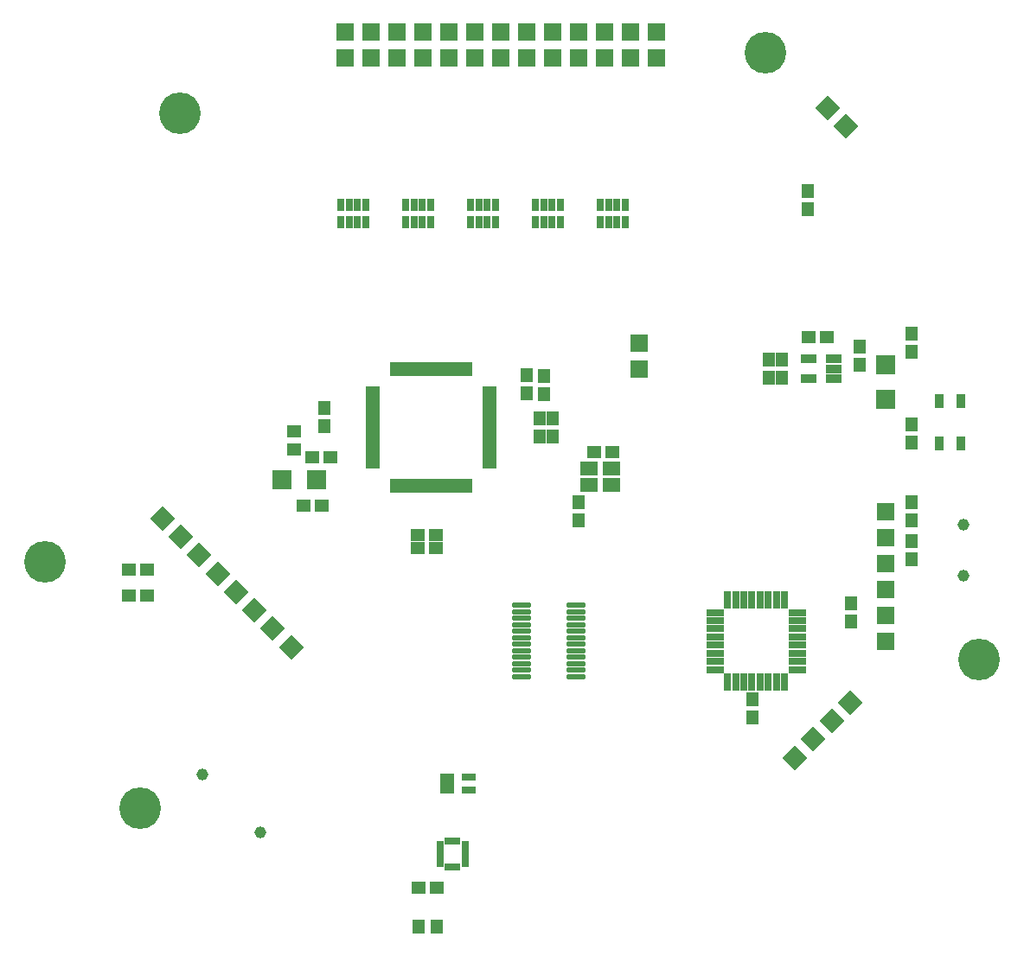
<source format=gbr>
%FSLAX35Y35*%
%MOIN*%
G04 EasyPC Gerber Version 18.0.8 Build 3632 *
%ADD86R,0.02181X0.05724*%
%ADD99R,0.02200X0.03000*%
%ADD98R,0.02600X0.04500*%
%ADD93R,0.02970X0.07100*%
%ADD96R,0.03600X0.05200*%
%ADD88R,0.04937X0.05291*%
%ADD102R,0.04940X0.05330*%
%ADD92R,0.07000X0.07000*%
%ADD89R,0.07300X0.07300*%
%ADD104C,0.04600*%
%ADD103O,0.07500X0.02300*%
%ADD87R,0.05724X0.02181*%
%ADD100R,0.03000X0.02200*%
%ADD101R,0.05600X0.02800*%
%ADD94R,0.07100X0.02970*%
%ADD105R,0.06000X0.03200*%
%ADD85C,0.16000*%
%ADD90R,0.05291X0.04937*%
%ADD91R,0.05330X0.04940*%
%ADD95R,0.06512X0.05528*%
%AMT97*0 Rectangle Pad at angle 45*21,1,0.07000,0.07000,0,0,45*%
%ADD97T97*%
X0Y0D02*
D02*
D85*
X36741Y182991D03*
X73241Y87991D03*
X88741Y355991D03*
X314241Y379491D03*
X396741Y145491D03*
D02*
D86*
X170678Y212351D03*
Y257232D03*
X172646Y212351D03*
Y257232D03*
X174615Y212351D03*
Y257232D03*
X176583Y212351D03*
Y257232D03*
X178552Y212351D03*
Y257232D03*
X180520Y212351D03*
Y257232D03*
X182489Y212351D03*
Y257232D03*
X184457Y212351D03*
Y257232D03*
X186426Y212351D03*
Y257232D03*
X188394Y212351D03*
Y257232D03*
X190363Y212351D03*
Y257232D03*
X192331Y212351D03*
Y257232D03*
X194300Y212351D03*
Y257232D03*
X196268Y212351D03*
Y257232D03*
X198237Y212351D03*
Y257232D03*
X200205Y212351D03*
Y257232D03*
D02*
D87*
X163001Y220028D03*
Y221996D03*
Y223965D03*
Y225933D03*
Y227902D03*
Y229870D03*
Y231839D03*
Y233807D03*
Y235776D03*
Y237744D03*
Y239713D03*
Y241681D03*
Y243650D03*
Y245618D03*
Y247587D03*
Y249555D03*
X207882Y220028D03*
Y221996D03*
Y223965D03*
Y225933D03*
Y227902D03*
Y229870D03*
Y231839D03*
Y233807D03*
Y235776D03*
Y237744D03*
Y239713D03*
Y241681D03*
Y243650D03*
Y245618D03*
Y247587D03*
Y249555D03*
D02*
D88*
X144409Y235505D03*
Y242505D03*
X222411Y247985D03*
Y254985D03*
X227404Y231291D03*
Y238291D03*
X229026Y247861D03*
Y254861D03*
X232404Y231291D03*
Y238291D03*
X242241Y198991D03*
Y205991D03*
X309241Y122991D03*
Y129991D03*
X315741Y253991D03*
Y260991D03*
X320741Y253991D03*
Y260991D03*
X330741Y318991D03*
Y325991D03*
X347339Y160124D03*
Y167124D03*
X350741Y258991D03*
Y265991D03*
X370741Y183991D03*
Y190991D03*
Y198991D03*
Y205991D03*
Y228991D03*
Y235991D03*
Y263991D03*
Y270991D03*
D02*
D89*
X128041Y214791D03*
X141441D03*
X360741Y245791D03*
Y259191D03*
D02*
D90*
X68977Y169956D03*
Y179956D03*
X75977Y169956D03*
Y179956D03*
X136241Y204791D03*
X139786Y223530D03*
X143241Y204791D03*
X146786Y223530D03*
X180241Y188391D03*
Y193391D03*
X180597Y57491D03*
X187241Y188391D03*
Y193391D03*
X187597Y57491D03*
X248241Y225491D03*
X255241D03*
X330985Y269582D03*
X337985D03*
D02*
D91*
X132803Y226291D03*
Y233291D03*
D02*
D92*
X152241Y377491D03*
Y387491D03*
X162241Y377491D03*
Y387491D03*
X172241Y377491D03*
Y387491D03*
X182241Y377491D03*
Y387491D03*
X192241Y377491D03*
Y387491D03*
X202241Y377491D03*
Y387491D03*
X212241Y377491D03*
Y387491D03*
X222241Y377491D03*
Y387491D03*
X232241Y377491D03*
Y387491D03*
X242241Y377491D03*
Y387491D03*
X252241Y377491D03*
Y387491D03*
X262241Y377491D03*
Y387491D03*
X265741Y257491D03*
Y267491D03*
X272241Y377491D03*
Y387491D03*
X360741Y152491D03*
Y162491D03*
Y172491D03*
Y182491D03*
Y192491D03*
Y202491D03*
D02*
D93*
X299718Y136645D03*
Y168338D03*
X302867Y136645D03*
Y168338D03*
X306017Y136645D03*
Y168338D03*
X309167Y136645D03*
Y168338D03*
X312316Y136645D03*
Y168338D03*
X315466Y136645D03*
Y168338D03*
X318615Y136645D03*
Y168338D03*
X321765Y136645D03*
Y168338D03*
D02*
D94*
X294895Y141468D03*
Y144617D03*
Y147767D03*
Y150917D03*
Y154066D03*
Y157216D03*
Y160365D03*
Y163515D03*
X326588Y141468D03*
Y144617D03*
Y147767D03*
Y150917D03*
Y154066D03*
Y157216D03*
Y160365D03*
Y163515D03*
D02*
D95*
X246435Y218962D03*
X246436Y212662D03*
X255135Y212663D03*
Y218965D03*
D02*
D96*
X381241Y228791D03*
Y245191D03*
X389741Y228791D03*
Y245191D03*
D02*
D97*
X82028Y199705D03*
X89099Y192633D03*
X96170Y185563D03*
X103241Y178491D03*
X110312Y171420D03*
X117383Y164349D03*
X124454Y157278D03*
X131526Y150207D03*
X325741Y107491D03*
X332813Y114563D03*
X338241Y357991D03*
X339883Y121633D03*
X345313Y350920D03*
X346955Y128705D03*
D02*
D98*
X150741Y314141D03*
Y320641D03*
X153941Y314141D03*
Y320641D03*
X157141Y314141D03*
Y320641D03*
X160341Y314141D03*
Y320641D03*
X175741Y314141D03*
Y320641D03*
X178941Y314141D03*
Y320641D03*
X182141Y314141D03*
Y320641D03*
X185341Y314141D03*
Y320641D03*
X200741Y314141D03*
Y320641D03*
X203941Y314141D03*
Y320641D03*
X207141Y314141D03*
Y320641D03*
X210341Y314141D03*
Y320641D03*
X225741Y314141D03*
Y320641D03*
X228941Y314141D03*
Y320641D03*
X232141Y314141D03*
Y320641D03*
X235341Y314141D03*
Y320641D03*
X250741Y314141D03*
Y320641D03*
X253941Y314141D03*
Y320641D03*
X257141Y314141D03*
Y320641D03*
X260341Y314141D03*
Y320641D03*
D02*
D99*
X191773Y65423D03*
Y75423D03*
X193773Y65423D03*
Y75423D03*
X195773Y65423D03*
Y75423D03*
D02*
D100*
X188873Y66423D03*
Y68423D03*
Y70423D03*
Y72423D03*
Y74423D03*
X198773Y66423D03*
Y68423D03*
Y70423D03*
Y72423D03*
Y74423D03*
D02*
D101*
X191617Y94932D03*
Y97491D03*
Y100050D03*
X199866Y94932D03*
Y100050D03*
D02*
D102*
X180597Y42491D03*
X187597D03*
D02*
D103*
X220241Y138741D03*
Y141241D03*
Y143741D03*
Y146241D03*
Y148741D03*
Y151241D03*
Y153741D03*
Y156241D03*
Y158741D03*
Y161241D03*
Y163741D03*
Y166241D03*
X241241Y138741D03*
Y141241D03*
Y143741D03*
Y146241D03*
Y148741D03*
Y151241D03*
Y153741D03*
Y156241D03*
Y158741D03*
Y161241D03*
Y163741D03*
Y166241D03*
D02*
D104*
X97256Y100977D03*
X119530Y78703D03*
X390741Y177691D03*
Y197291D03*
D02*
D105*
X330941Y253741D03*
Y261241D03*
X340541Y253741D03*
Y257491D03*
Y261241D03*
X0Y0D02*
M02*

</source>
